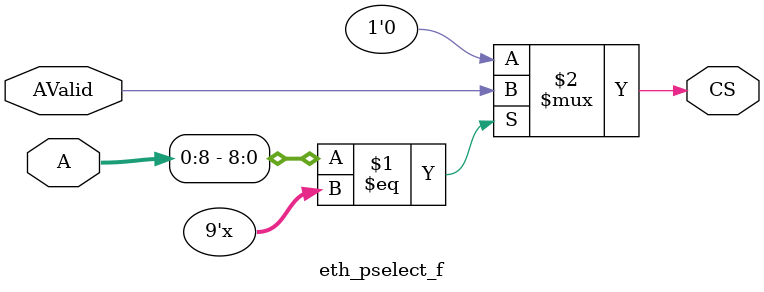
<source format=v>
module eth_pselect_f ( A, AValid, CS) ;

parameter C_AB  = 9;
parameter C_AW  = 32;
parameter [0:C_AW - 1] C_BAR =  'bz;
parameter C_FAMILY  = "nofamily";
input[0:C_AW-1] A; 
input AValid; 
output CS; 
wire CS;
parameter [0:C_AB-1]BAR = C_BAR[0:C_AB-1];

//----------------------------------------------------------------------------
// Build a behavioral decoder
//----------------------------------------------------------------------------
generate
if (C_AB > 0) begin : XST_WA
assign CS = (A[0:C_AB - 1] == BAR[0:C_AB - 1]) ? AValid : 1'b0 ;
end
endgenerate

generate
if (C_AB == 0) begin : PASS_ON_GEN
assign CS = AValid ;
end
endgenerate
endmodule

</source>
